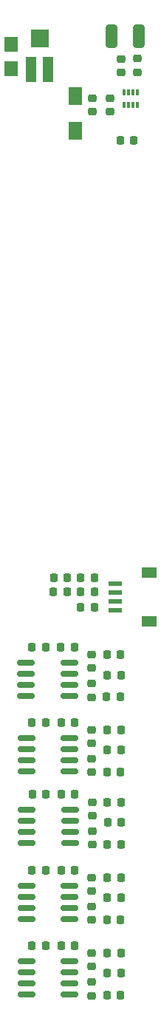
<source format=gtp>
G04 #@! TF.GenerationSoftware,KiCad,Pcbnew,(6.0.6)*
G04 #@! TF.CreationDate,2022-09-05T13:44:10+02:00*
G04 #@! TF.ProjectId,PAINTREv4,5041494e-5452-4457-9634-2e6b69636164,rev?*
G04 #@! TF.SameCoordinates,Original*
G04 #@! TF.FileFunction,Paste,Top*
G04 #@! TF.FilePolarity,Positive*
%FSLAX46Y46*%
G04 Gerber Fmt 4.6, Leading zero omitted, Abs format (unit mm)*
G04 Created by KiCad (PCBNEW (6.0.6)) date 2022-09-05 13:44:10*
%MOMM*%
%LPD*%
G01*
G04 APERTURE LIST*
G04 Aperture macros list*
%AMRoundRect*
0 Rectangle with rounded corners*
0 $1 Rounding radius*
0 $2 $3 $4 $5 $6 $7 $8 $9 X,Y pos of 4 corners*
0 Add a 4 corners polygon primitive as box body*
4,1,4,$2,$3,$4,$5,$6,$7,$8,$9,$2,$3,0*
0 Add four circle primitives for the rounded corners*
1,1,$1+$1,$2,$3*
1,1,$1+$1,$4,$5*
1,1,$1+$1,$6,$7*
1,1,$1+$1,$8,$9*
0 Add four rect primitives between the rounded corners*
20,1,$1+$1,$2,$3,$4,$5,0*
20,1,$1+$1,$4,$5,$6,$7,0*
20,1,$1+$1,$6,$7,$8,$9,0*
20,1,$1+$1,$8,$9,$2,$3,0*%
G04 Aperture macros list end*
%ADD10R,1.600000X1.800000*%
%ADD11R,1.600000X2.000000*%
%ADD12RoundRect,0.218750X-0.218750X-0.256250X0.218750X-0.256250X0.218750X0.256250X-0.218750X0.256250X0*%
%ADD13R,1.800000X1.200000*%
%ADD14R,1.550000X0.600000*%
%ADD15RoundRect,0.218750X0.218750X0.256250X-0.218750X0.256250X-0.218750X-0.256250X0.218750X-0.256250X0*%
%ADD16RoundRect,0.225000X0.225000X0.250000X-0.225000X0.250000X-0.225000X-0.250000X0.225000X-0.250000X0*%
%ADD17RoundRect,0.225000X-0.250000X0.225000X-0.250000X-0.225000X0.250000X-0.225000X0.250000X0.225000X0*%
%ADD18RoundRect,0.250000X0.400000X1.075000X-0.400000X1.075000X-0.400000X-1.075000X0.400000X-1.075000X0*%
%ADD19RoundRect,0.225000X-0.225000X-0.250000X0.225000X-0.250000X0.225000X0.250000X-0.225000X0.250000X0*%
%ADD20RoundRect,0.150000X0.825000X0.150000X-0.825000X0.150000X-0.825000X-0.150000X0.825000X-0.150000X0*%
%ADD21RoundRect,0.218750X-0.256250X0.218750X-0.256250X-0.218750X0.256250X-0.218750X0.256250X0.218750X0*%
%ADD22R,0.330000X0.710000*%
%ADD23R,0.310000X0.660000*%
%ADD24RoundRect,0.225000X0.250000X-0.225000X0.250000X0.225000X-0.250000X0.225000X-0.250000X-0.225000X0*%
%ADD25R,1.200000X3.000000*%
%ADD26R,2.000000X2.000000*%
G04 APERTURE END LIST*
D10*
X126615000Y-40880000D03*
X126615000Y-38080000D03*
D11*
X134000000Y-44000000D03*
X134000000Y-48000000D03*
D12*
X134612500Y-102600000D03*
X136187500Y-102600000D03*
X134612500Y-100800000D03*
X136187500Y-100800000D03*
X131525000Y-99200000D03*
X133100000Y-99200000D03*
X131512500Y-100800000D03*
X133087500Y-100800000D03*
X134625000Y-99200000D03*
X136200000Y-99200000D03*
D13*
X142475000Y-98600000D03*
X142475000Y-104200000D03*
D14*
X138600000Y-102900000D03*
X138600000Y-101900000D03*
X138600000Y-100900000D03*
X138600000Y-99900000D03*
D15*
X140715000Y-49050000D03*
X139140000Y-49050000D03*
D16*
X139257000Y-127206000D03*
X137707000Y-127206000D03*
D12*
X129074000Y-124031000D03*
X130649000Y-124031000D03*
D17*
X135904000Y-145536000D03*
X135904000Y-147086000D03*
D18*
X141300000Y-37100000D03*
X138200000Y-37100000D03*
D17*
X135904000Y-142208000D03*
X135904000Y-143758000D03*
D19*
X132376000Y-115750000D03*
X133926000Y-115750000D03*
D20*
X133378000Y-129619000D03*
X133378000Y-128349000D03*
X133378000Y-127079000D03*
X133378000Y-125809000D03*
X128428000Y-125809000D03*
X128428000Y-127079000D03*
X128428000Y-128349000D03*
X128428000Y-129619000D03*
D17*
X135904000Y-136873000D03*
X135904000Y-138423000D03*
D19*
X132376000Y-141345000D03*
X133926000Y-141345000D03*
D15*
X139231500Y-142234000D03*
X137656500Y-142234000D03*
D12*
X129024000Y-107150000D03*
X130599000Y-107150000D03*
D17*
X135879000Y-108013000D03*
X135879000Y-109563000D03*
D16*
X139232000Y-118920000D03*
X137682000Y-118920000D03*
D19*
X137669000Y-110345000D03*
X139219000Y-110345000D03*
D21*
X141110000Y-39712500D03*
X141110000Y-41287500D03*
D12*
X129049000Y-132682000D03*
X130624000Y-132682000D03*
D19*
X132401000Y-124031000D03*
X133951000Y-124031000D03*
D15*
X139206500Y-108039000D03*
X137631500Y-108039000D03*
D17*
X135929000Y-128222000D03*
X135929000Y-129772000D03*
X135904000Y-133545000D03*
X135904000Y-135095000D03*
D20*
X133353000Y-138270000D03*
X133353000Y-137000000D03*
X133353000Y-135730000D03*
X133353000Y-134460000D03*
X128403000Y-134460000D03*
X128403000Y-135730000D03*
X128403000Y-137000000D03*
X128403000Y-138270000D03*
D15*
X139256500Y-124920000D03*
X137681500Y-124920000D03*
X139231500Y-133571000D03*
X137656500Y-133571000D03*
D16*
X139232000Y-144520000D03*
X137682000Y-144520000D03*
D17*
X135904000Y-116608000D03*
X135904000Y-118158000D03*
D20*
X133353000Y-121333000D03*
X133353000Y-120063000D03*
X133353000Y-118793000D03*
X133353000Y-117523000D03*
X128403000Y-117523000D03*
X128403000Y-118793000D03*
X128403000Y-120063000D03*
X128403000Y-121333000D03*
D17*
X135879000Y-111341000D03*
X135879000Y-112891000D03*
D15*
X139181000Y-112865000D03*
X137606000Y-112865000D03*
D21*
X139240000Y-39742500D03*
X139240000Y-41317500D03*
D22*
X139590000Y-45035000D03*
D23*
X140090000Y-45035000D03*
X140590000Y-45035000D03*
X141090000Y-45035000D03*
X141090000Y-43565000D03*
X140590000Y-43565000D03*
X140090000Y-43565000D03*
X139590000Y-43565000D03*
D12*
X129049000Y-141345000D03*
X130624000Y-141345000D03*
D15*
X139206000Y-121460000D03*
X137631000Y-121460000D03*
X139206000Y-138397000D03*
X137631000Y-138397000D03*
X139206000Y-147060000D03*
X137631000Y-147060000D03*
X139231000Y-129746000D03*
X137656000Y-129746000D03*
D16*
X139232000Y-135857000D03*
X137682000Y-135857000D03*
D20*
X133328000Y-112738000D03*
X133328000Y-111468000D03*
X133328000Y-110198000D03*
X133328000Y-108928000D03*
X128378000Y-108928000D03*
X128378000Y-110198000D03*
X128378000Y-111468000D03*
X128378000Y-112738000D03*
D21*
X136000000Y-44212500D03*
X136000000Y-45787500D03*
D19*
X132376000Y-132682000D03*
X133926000Y-132682000D03*
X132351000Y-107150000D03*
X133901000Y-107150000D03*
D12*
X129049000Y-115750000D03*
X130624000Y-115750000D03*
D17*
X135904000Y-119936000D03*
X135904000Y-121486000D03*
D24*
X138000000Y-45775000D03*
X138000000Y-44225000D03*
D20*
X133353000Y-146933000D03*
X133353000Y-145663000D03*
X133353000Y-144393000D03*
X133353000Y-143123000D03*
X128403000Y-143123000D03*
X128403000Y-144393000D03*
X128403000Y-145663000D03*
X128403000Y-146933000D03*
D15*
X139231500Y-116634000D03*
X137656500Y-116634000D03*
D17*
X135929000Y-124894000D03*
X135929000Y-126444000D03*
D25*
X128915000Y-40900000D03*
X130915000Y-40900000D03*
D26*
X129915000Y-37350000D03*
M02*

</source>
